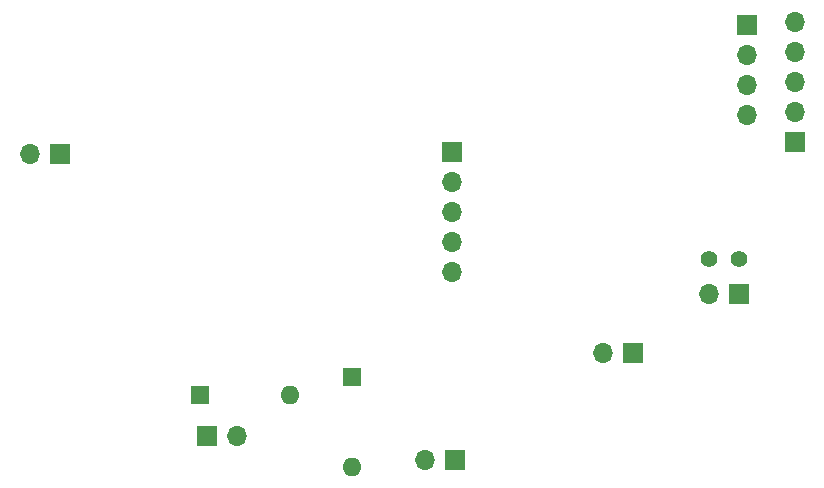
<source format=gbr>
%TF.GenerationSoftware,KiCad,Pcbnew,7.0.8*%
%TF.CreationDate,2023-12-29T21:58:38-05:00*%
%TF.ProjectId,SleepMonitor,536c6565-704d-46f6-9e69-746f722e6b69,rev?*%
%TF.SameCoordinates,Original*%
%TF.FileFunction,Soldermask,Bot*%
%TF.FilePolarity,Negative*%
%FSLAX46Y46*%
G04 Gerber Fmt 4.6, Leading zero omitted, Abs format (unit mm)*
G04 Created by KiCad (PCBNEW 7.0.8) date 2023-12-29 21:58:38*
%MOMM*%
%LPD*%
G01*
G04 APERTURE LIST*
%ADD10R,1.700000X1.700000*%
%ADD11O,1.700000X1.700000*%
%ADD12R,1.600000X1.600000*%
%ADD13O,1.600000X1.600000*%
%ADD14C,1.400000*%
G04 APERTURE END LIST*
D10*
%TO.C,J1*%
X97275000Y-82125000D03*
D11*
X94735000Y-82125000D03*
%TD*%
D10*
%TO.C,Y1*%
X130775000Y-108000000D03*
D11*
X128235000Y-108000000D03*
%TD*%
D12*
%TO.C,D2*%
X109190000Y-102500000D03*
D13*
X116810000Y-102500000D03*
%TD*%
D10*
%TO.C,J5*%
X154775000Y-94000000D03*
D11*
X152235000Y-94000000D03*
%TD*%
D12*
%TO.C,D1*%
X122000000Y-101000000D03*
D13*
X122000000Y-108620000D03*
%TD*%
D14*
%TO.C,JP1*%
X152250000Y-91000000D03*
X154790000Y-91000000D03*
%TD*%
D10*
%TO.C,M1*%
X109725000Y-105985000D03*
D11*
X112265000Y-105985000D03*
%TD*%
D10*
%TO.C,J4*%
X159500000Y-81075000D03*
D11*
X159500000Y-78535000D03*
X159500000Y-75995000D03*
X159500000Y-73455000D03*
X159500000Y-70915000D03*
%TD*%
D10*
%TO.C,J3*%
X130500000Y-81925000D03*
D11*
X130500000Y-84465000D03*
X130500000Y-87005000D03*
X130500000Y-89545000D03*
X130500000Y-92085000D03*
%TD*%
D10*
%TO.C,J2*%
X155500000Y-71200000D03*
D11*
X155500000Y-73740000D03*
X155500000Y-76280000D03*
X155500000Y-78820000D03*
%TD*%
D10*
%TO.C,J6*%
X145775000Y-99000000D03*
D11*
X143235000Y-99000000D03*
%TD*%
M02*

</source>
